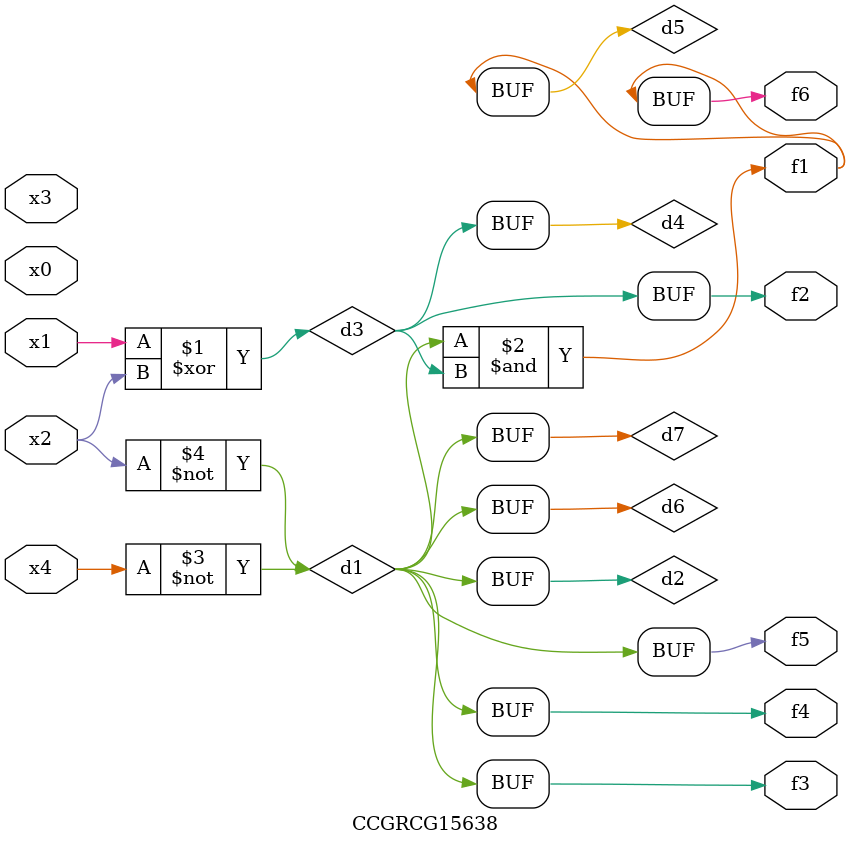
<source format=v>
module CCGRCG15638(
	input x0, x1, x2, x3, x4,
	output f1, f2, f3, f4, f5, f6
);

	wire d1, d2, d3, d4, d5, d6, d7;

	not (d1, x4);
	not (d2, x2);
	xor (d3, x1, x2);
	buf (d4, d3);
	and (d5, d1, d3);
	buf (d6, d1, d2);
	buf (d7, d2);
	assign f1 = d5;
	assign f2 = d4;
	assign f3 = d7;
	assign f4 = d7;
	assign f5 = d7;
	assign f6 = d5;
endmodule

</source>
